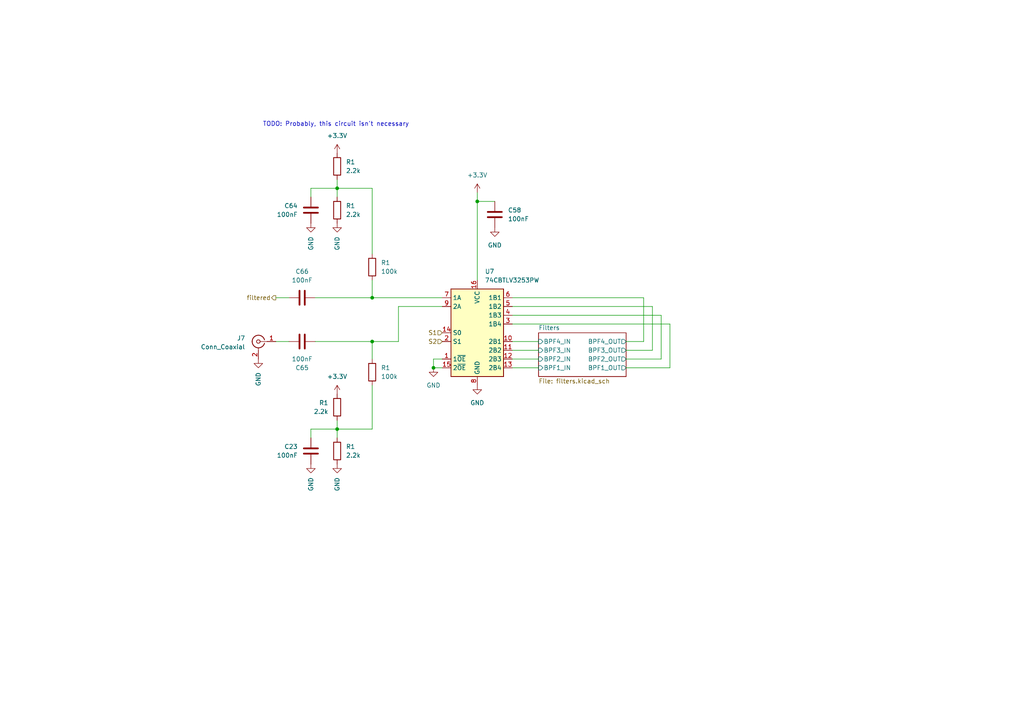
<source format=kicad_sch>
(kicad_sch (version 20230121) (generator eeschema)
  (paper "A4")
  (lib_symbols
    (symbol "Analog_Switch:SN74CBT3253"
      (property "Reference" "U" (at -7.62 13.97 0))
      (property "Value" "SN74CBT3253" (at -11.43 -13.97 0))
      (symbol "SN74CBT3253_0_1"
        (rectangle (start -7.62 12.7) (end 7.62 -12.7) (stroke (width 0.254)) (fill (type background)))
        (rectangle (start 7.62 -12.7) (end 7.62 -12.7))
      )
      (symbol "SN74CBT3253_1_1"
        (pin input line (at -10.16 -7.62 0) (length 2.54) (name "1~{OE}") (number "1"))
        (pin bidirectional line (at 10.16 -2.54 180) (length 2.54) (name "2B1") (number "10"))
        (pin bidirectional line (at 10.16 -5.08 180) (length 2.54) (name "2B2") (number "11"))
        (pin bidirectional line (at 10.16 -7.62 180) (length 2.54) (name "2B3") (number "12"))
        (pin bidirectional line (at 10.16 -10.16 180) (length 2.54) (name "2B4") (number "13"))
        (pin input line (at -10.16 0 0) (length 2.54) (name "S0") (number "14"))
        (pin input line (at -10.16 -10.16 0) (length 2.54) (name "2~{OE}") (number "15"))
        (pin power_in line (at 0 15.24 270) (length 2.54) (name "VCC") (number "16"))
        (pin input line (at -10.16 -2.54 0) (length 2.54) (name "S1") (number "2"))
        (pin bidirectional line (at 10.16 2.54 180) (length 2.54) (name "1B4") (number "3"))
        (pin bidirectional line (at 10.16 5.08 180) (length 2.54) (name "1B3") (number "4"))
        (pin bidirectional line (at 10.16 7.62 180) (length 2.54) (name "1B2") (number "5"))
        (pin bidirectional line (at 10.16 10.16 180) (length 2.54) (name "1B1") (number "6"))
        (pin bidirectional line (at -10.16 10.16 0) (length 2.54) (name "1A") (number "7"))
        (pin power_in line (at 0 -15.24 90) (length 2.54) (name "GND") (number "8"))
        (pin bidirectional line (at -10.16 7.62 0) (length 2.54) (name "2A") (number "9"))
      )
    )
    (symbol "Connector:Conn_Coaxial" (pin_names (offset 1.016) hide)
      (property "Reference" "J" (at 0.254 3.048 0))
      (property "Value" "Conn_Coaxial" (at 2.921 0 90))
      (symbol "Conn_Coaxial_0_1"
        (arc (start -1.778 -0.508) (mid 0.2311 -1.8066) (end 1.778 0) (stroke (width 0.254)))
        (polyline (pts (xy -2.54 0) (xy -0.508 0)))
        (polyline (pts (xy 0 -2.54) (xy 0 -1.778)))
        (circle (center 0 0) (radius 0.508) (stroke (width 0.2032)))
        (arc (start 1.778 0) (mid 0.2099 1.8101) (end -1.778 0.508) (stroke (width 0.254)))
      )
      (symbol "Conn_Coaxial_1_1"
        (pin passive line (at -5.08 0 0) (length 2.54) (name "In") (number "1"))
        (pin passive line (at 0 -5.08 90) (length 2.54) (name "Ext") (number "2"))
      )
    )
    (symbol "Device:C" (pin_numbers hide) (pin_names (offset 0.254))
      (property "Reference" "C" (at 0.635 2.54 0))
      (property "Value" "C" (at 0.635 -2.54 0))
      (symbol "C_0_1"
        (polyline (pts (xy -2.032 -0.762) (xy 2.032 -0.762)) (stroke (width 0.508)))
        (polyline (pts (xy -2.032 0.762) (xy 2.032 0.762)) (stroke (width 0.508)))
      )
      (symbol "C_1_1"
        (pin passive line (at 0 3.81 270) (length 2.794) (name "~") (number "1"))
        (pin passive line (at 0 -3.81 90) (length 2.794) (name "~") (number "2"))
      )
    )
    (symbol "Device:R" (pin_numbers hide) (pin_names (offset 0))
      (property "Reference" "R" (at 2.032 0 90))
      (property "Value" "R" (at 0 0 90))
      (symbol "R_0_1"
        (rectangle (start -1.016 -2.54) (end 1.016 2.54) (stroke (width 0.254)))
      )
      (symbol "R_1_1"
        (pin passive line (at 0 3.81 270) (length 1.27) (name "~") (number "1"))
        (pin passive line (at 0 -3.81 90) (length 1.27) (name "~") (number "2"))
      )
    )
    (symbol "power:+3.3V" (power) (pin_names (offset 0))
      (property "Value" "+3.3V" (at 0 3.556 0))
      (symbol "+3.3V_0_1"
        (polyline (pts (xy -0.762 1.27) (xy 0 2.54)))
        (polyline (pts (xy 0 0) (xy 0 2.54)))
        (polyline (pts (xy 0 2.54) (xy 0.762 1.27)))
      )
      (symbol "+3.3V_1_1"
        (pin power_in line (at 0 0 90) (length 0) hide (name "+3.3V") (number "1"))
      )
    )
    (symbol "power:GND" (power) (pin_names (offset 0))
      (property "Value" "GND" (at 0 -3.81 0))
      (symbol "GND_0_1"
        (polyline (pts (xy 0 0) (xy 0 -1.27) (xy 1.27 -1.27) (xy 0 -2.54) (xy -1.27 -1.27) (xy 0 -1.27)))
      )
      (symbol "GND_1_1"
        (pin power_in line (at 0 0 270) (length 0) hide (name "GND") (number "1"))
      )
    )
  )
  (junction (at 125.73 106.68))
  (junction (at 97.79 54.61))
  (junction (at 97.79 124.46))
  (junction (at 107.95 86.36))
  (junction (at 138.43 58.42))
  (junction (at 107.95 99.06))
  (wire (pts (xy 97.79 52.07) (xy 97.79 54.61)))
  (wire (pts (xy 97.79 124.46) (xy 107.95 124.46)))
  (wire (pts (xy 115.57 99.06) (xy 115.57 88.9)))
  (wire (pts (xy 148.59 104.14) (xy 156.21 104.14)))
  (wire (pts (xy 194.31 106.68) (xy 181.61 106.68)))
  (wire (pts (xy 107.95 54.61) (xy 97.79 54.61)))
  (wire (pts (xy 80.01 99.06) (xy 83.82 99.06)))
  (wire (pts (xy 107.95 81.28) (xy 107.95 86.36)))
  (wire (pts (xy 189.23 88.9) (xy 189.23 101.6)))
  (wire (pts (xy 186.69 99.06) (xy 186.69 86.36)))
  (wire (pts (xy 97.79 54.61) (xy 97.79 57.15)))
  (wire (pts (xy 148.59 93.98) (xy 194.31 93.98)))
  (wire (pts (xy 148.59 88.9) (xy 189.23 88.9)))
  (wire (pts (xy 191.77 91.44) (xy 148.59 91.44)))
  (wire (pts (xy 90.17 54.61) (xy 97.79 54.61)))
  (wire (pts (xy 90.17 57.15) (xy 90.17 54.61)))
  (wire (pts (xy 97.79 121.92) (xy 97.79 124.46)))
  (wire (pts (xy 191.77 104.14) (xy 191.77 91.44)))
  (wire (pts (xy 107.95 111.76) (xy 107.95 124.46)))
  (wire (pts (xy 138.43 58.42) (xy 143.51 58.42)))
  (wire (pts (xy 194.31 93.98) (xy 194.31 106.68)))
  (wire (pts (xy 138.43 55.88) (xy 138.43 58.42)))
  (wire (pts (xy 181.61 104.14) (xy 191.77 104.14)))
  (wire (pts (xy 148.59 106.68) (xy 156.21 106.68)))
  (wire (pts (xy 125.73 106.68) (xy 128.27 106.68)))
  (wire (pts (xy 107.95 54.61) (xy 107.95 73.66)))
  (wire (pts (xy 107.95 104.14) (xy 107.95 99.06)))
  (wire (pts (xy 148.59 101.6) (xy 156.21 101.6)))
  (wire (pts (xy 90.17 124.46) (xy 97.79 124.46)))
  (wire (pts (xy 107.95 99.06) (xy 115.57 99.06)))
  (wire (pts (xy 115.57 88.9) (xy 128.27 88.9)))
  (wire (pts (xy 186.69 86.36) (xy 148.59 86.36)))
  (wire (pts (xy 80.01 86.36) (xy 83.82 86.36)))
  (wire (pts (xy 148.59 99.06) (xy 156.21 99.06)))
  (wire (pts (xy 91.44 86.36) (xy 107.95 86.36)))
  (wire (pts (xy 107.95 86.36) (xy 128.27 86.36)))
  (wire (pts (xy 189.23 101.6) (xy 181.61 101.6)))
  (wire (pts (xy 97.79 127) (xy 97.79 124.46)))
  (wire (pts (xy 90.17 127) (xy 90.17 124.46)))
  (wire (pts (xy 125.73 104.14) (xy 125.73 106.68)))
  (wire (pts (xy 181.61 99.06) (xy 186.69 99.06)))
  (wire (pts (xy 125.73 104.14) (xy 128.27 104.14)))
  (wire (pts (xy 91.44 99.06) (xy 107.95 99.06)))
  (wire (pts (xy 138.43 58.42) (xy 138.43 81.28)))
  (text "TODO: Probably, this circuit isn't necessary" (at 76.2 36.83 0) (effects (font (size 1.27 1.27)) (justify left bottom)))
  (hierarchical_label "S2" (shape input) (at 128.27 99.06 180))
  (hierarchical_label "filtered" (shape output) (at 80.01 86.36 180))
  (hierarchical_label "S1" (shape input) (at 128.27 96.52 180))
  (symbol (lib_id "Device:C") (at 87.63 86.36 90) (unit 1)
    (property "Reference" "C66" (at 87.63 78.74 90))
    (property "Value" "100nF" (at 87.63 81.28 90))
  )
  (symbol (lib_id "power:GND") (at 90.17 134.62 0) (unit 1)
    (property "Reference" "#PWR022" (effects hide))
    (property "Value" "GND" (at 90.17 138.43 90) (effects (justify right)))
    (instances (project "main" (path "" (reference "#PWR022") (unit 1)) (path "" (reference "#PWR027") (unit 1)) (path "" (reference "#PWR056") (unit 1)) (path "" (reference "#PWR061") (unit 1))))
  )
  (symbol (lib_id "power:GND") (at 143.51 66.04 0) (unit 1)
    (property "Reference" "#PWR022" (effects hide))
    (property "Value" "GND" (at 143.51 71.12 0))
    (instances (project "main" (path "" (reference "#PWR022") (unit 1)) (path "" (reference "#PWR027") (unit 1)) (path "" (reference "#PWR056") (unit 1)) (path "" (reference "#PWR062") (unit 1))))
  )
  (symbol (lib_id "power:GND") (at 90.17 64.77 0) (unit 1)
    (property "Reference" "#PWR022" (effects hide))
    (property "Value" "GND" (at 90.17 68.58 90) (effects (justify right)))
    (instances (project "main" (path "" (reference "#PWR022") (unit 1)) (path "" (reference "#PWR027") (unit 1)) (path "" (reference "#PWR056") (unit 1)) (path "" (reference "#PWR063") (unit 1))))
  )
  (symbol (lib_id "Device:R") (at 107.95 77.47 180) (unit 1)
    (property "Reference" "R1" (at 110.49 76.2 0) (effects (justify right)))
    (property "Value" "100k" (at 110.49 78.74 0) (effects (justify right)))
    (instances (project "main" (path "" (reference "R1") (unit 1)) (path "" (reference "R37") (unit 1))))
  )
  (symbol (lib_id "Device:R") (at 97.79 130.81 0) (unit 1)
    (property "Reference" "R1" (at 100.33 129.54 0) (effects (justify left)))
    (property "Value" "2.2k" (at 100.33 132.08 0) (effects (justify left)))
    (instances (project "main" (path "" (reference "R1") (unit 1)) (path "" (reference "R5") (unit 1))))
  )
  (symbol (lib_id "Device:R") (at 97.79 48.26 0) (mirror y) (unit 1)
    (property "Reference" "R1" (at 100.33 46.99 0) (effects (justify right)))
    (property "Value" "2.2k" (at 100.33 49.53 0) (effects (justify right)))
    (instances (project "main" (path "" (reference "R1") (unit 1)) (path "" (reference "R35") (unit 1))))
  )
  (symbol (lib_id "power:GND") (at 138.43 111.76 0) (unit 1)
    (property "Reference" "#PWR022" (effects hide))
    (property "Value" "GND" (at 138.43 116.84 0))
    (instances (project "main" (path "" (reference "#PWR022") (unit 1)) (path "" (reference "#PWR027") (unit 1)) (path "" (reference "#PWR056") (unit 1)) (path "" (reference "#PWR060") (unit 1))))
  )
  (symbol (lib_id "Device:C") (at 143.51 62.23 0) (unit 1)
    (property "Reference" "C58" (at 147.32 60.96 0) (effects (justify left)))
    (property "Value" "100nF" (at 147.32 63.5 0) (effects (justify left)))
  )
  (symbol (lib_id "Device:C") (at 87.63 99.06 90) (mirror x) (unit 1)
    (property "Reference" "C65" (at 87.63 106.68 90))
    (property "Value" "100nF" (at 87.63 104.14 90))
  )
  (symbol (lib_id "Device:R") (at 107.95 107.95 180) (unit 1)
    (property "Reference" "R1" (at 110.49 106.68 0) (effects (justify right)))
    (property "Value" "100k" (at 110.49 109.22 0) (effects (justify right)))
    (instances (project "main" (path "" (reference "R1") (unit 1)) (path "" (reference "R38") (unit 1))))
  )
  (symbol (lib_id "Device:R") (at 97.79 60.96 0) (unit 1)
    (property "Reference" "R1" (at 100.33 59.69 0) (effects (justify left)))
    (property "Value" "2.2k" (at 100.33 62.23 0) (effects (justify left)))
    (instances (project "main" (path "" (reference "R1") (unit 1)) (path "" (reference "R36") (unit 1))))
  )
  (symbol (lib_id "power:GND") (at 97.79 64.77 0) (unit 1)
    (property "Reference" "#PWR022" (effects hide))
    (property "Value" "GND" (at 97.79 68.58 90) (effects (justify right)))
    (instances (project "main" (path "" (reference "#PWR022") (unit 1)) (path "" (reference "#PWR027") (unit 1)) (path "" (reference "#PWR056") (unit 1)) (path "" (reference "#PWR064") (unit 1))))
  )
  (symbol (lib_id "power:+3.3V") (at 138.43 55.88 0) (unit 1)
    (property "Reference" "#PWR059" (effects hide))
    (property "Value" "+3.3V" (at 138.43 50.8 0))
  )
  (symbol (lib_id "power:+3.3V") (at 97.79 114.3 0) (unit 1)
    (property "Reference" "#PWR066" (effects hide))
    (property "Value" "+3.3V" (at 97.79 109.22 0))
  )
  (symbol (lib_id "Device:C") (at 90.17 130.81 0) (mirror x) (unit 1)
    (property "Reference" "C23" (at 86.36 129.54 0) (effects (justify right)))
    (property "Value" "100nF" (at 86.36 132.08 0) (effects (justify right)))
  )
  (symbol (lib_id "power:GND") (at 97.79 134.62 0) (unit 1)
    (property "Reference" "#PWR022" (effects hide))
    (property "Value" "GND" (at 97.79 138.43 90) (effects (justify right)))
    (instances (project "main" (path "" (reference "#PWR022") (unit 1)) (path "" (reference "#PWR027") (unit 1)) (path "" (reference "#PWR056") (unit 1)) (path "" (reference "#PWR067") (unit 1))))
  )
  (symbol (lib_id "power:GND") (at 74.93 104.14 0) (unit 1)
    (property "Reference" "#PWR022" (effects hide))
    (property "Value" "GND" (at 74.93 107.95 90) (effects (justify right)))
    (instances (project "main" (path "" (reference "#PWR022") (unit 1)) (path "" (reference "#PWR027") (unit 1)) (path "" (reference "#PWR056") (unit 1)) (path "" (reference "#PWR068") (unit 1))))
  )
  (symbol (lib_id "Analog_Switch:SN74CBT3253") (at 138.43 96.52 0) (unit 1)
    (property "Reference" "U7" (at 140.6241 78.74 0) (effects (justify left)))
    (property "Value" "74CBTLV3253PW" (at 140.6241 81.28 0) (effects (justify left)))
    (property "Datasheet" "https://assets.nexperia.com/documents/data-sheet/74CBTLV3253_Q100.pdf" (effects hide))
  )
  (symbol (lib_id "Device:R") (at 97.79 118.11 0) (unit 1)
    (property "Reference" "R1" (at 95.25 116.84 0) (effects (justify right)))
    (property "Value" "2.2k" (at 95.25 119.38 0) (effects (justify right)))
    (instances (project "main" (path "" (reference "R1") (unit 1)) (path "" (reference "R4") (unit 1))))
  )
  (symbol (lib_id "Device:C") (at 90.17 60.96 0) (mirror x) (unit 1)
    (property "Reference" "C64" (at 86.36 59.69 0) (effects (justify right)))
    (property "Value" "100nF" (at 86.36 62.23 0) (effects (justify right)))
  )
  (symbol (lib_id "power:+3.3V") (at 97.79 44.45 0) (unit 1)
    (property "Reference" "#PWR065" (effects hide))
    (property "Value" "+3.3V" (at 97.79 39.37 0))
  )
  (symbol (lib_id "power:GND") (at 125.73 106.68 0) (unit 1)
    (property "Reference" "#PWR022" (effects hide))
    (property "Value" "GND" (at 125.73 111.76 0))
    (instances (project "main" (path "" (reference "#PWR022") (unit 1)) (path "" (reference "#PWR027") (unit 1)) (path "" (reference "#PWR056") (unit 1)) (path "" (reference "#PWR058") (unit 1))))
  )
  (symbol (lib_id "Connector:Conn_Coaxial") (at 74.93 99.06 0) (mirror y) (unit 1)
    (property "Reference" "J7" (at 71.12 98.0832 0) (effects (justify left)))
    (property "Value" "Conn_Coaxial" (at 71.12 100.6232 0) (effects (justify left)))
    (property "Datasheet" " ~" (effects hide))
  )
  (sheet (at 156.21 96.52) (size 25.4 12.7) (stroke (width 0.1524))
    (property "Sheetname" "Filters" (at 156.21 95.8084 0) (effects (justify left bottom)))
    (property "Sheetfile" "filters.kicad_sch" (at 156.21 109.8046 0) (effects (justify left top)))
    (pin "BPF2_OUT" output (at 181.61 104.14 0))
    (pin "BPF1_IN" input (at 156.21 106.68 180))
    (pin "BPF2_IN" input (at 156.21 104.14 180))
    (pin "BPF1_OUT" output (at 181.61 106.68 0))
    (pin "BPF3_IN" input (at 156.21 101.6 180))
    (pin "BPF3_OUT" output (at 181.61 101.6 0))
    (pin "BPF4_IN" input (at 156.21 99.06 180))
    (pin "BPF4_OUT" output (at 181.61 99.06 0))
  )
)
</source>
